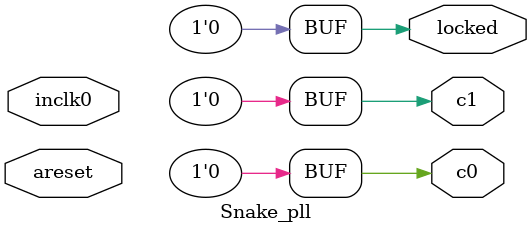
<source format=v>
module Snake_pll(	// file.cleaned.mlir:2:3
  input  areset,	// file.cleaned.mlir:2:27
         inclk0,	// file.cleaned.mlir:2:44
  output c0,	// file.cleaned.mlir:2:62
         c1,	// file.cleaned.mlir:2:75
         locked	// file.cleaned.mlir:2:88
);

  assign c0 = 1'h0;	// file.cleaned.mlir:3:14, :4:5
  assign c1 = 1'h0;	// file.cleaned.mlir:3:14, :4:5
  assign locked = 1'h0;	// file.cleaned.mlir:3:14, :4:5
endmodule


</source>
